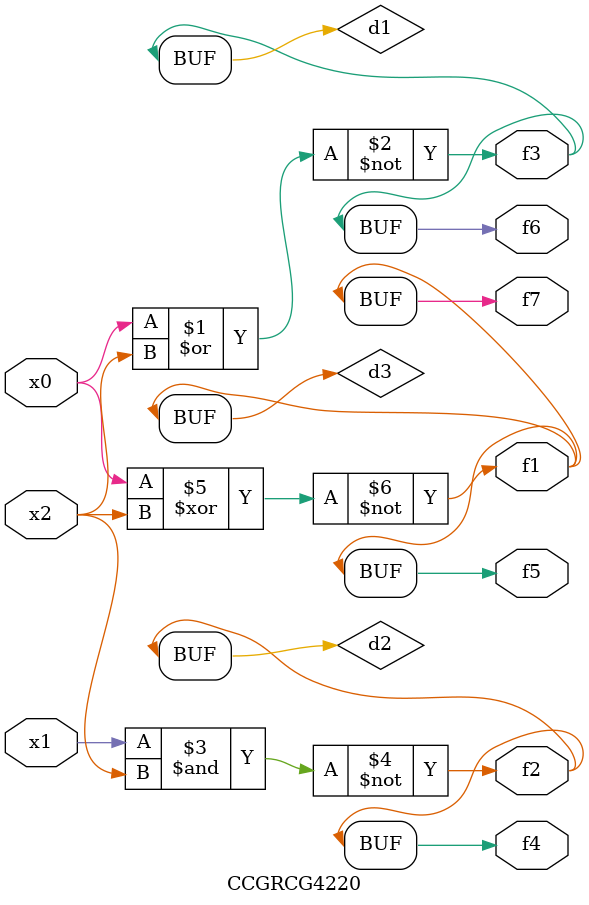
<source format=v>
module CCGRCG4220(
	input x0, x1, x2,
	output f1, f2, f3, f4, f5, f6, f7
);

	wire d1, d2, d3;

	nor (d1, x0, x2);
	nand (d2, x1, x2);
	xnor (d3, x0, x2);
	assign f1 = d3;
	assign f2 = d2;
	assign f3 = d1;
	assign f4 = d2;
	assign f5 = d3;
	assign f6 = d1;
	assign f7 = d3;
endmodule

</source>
